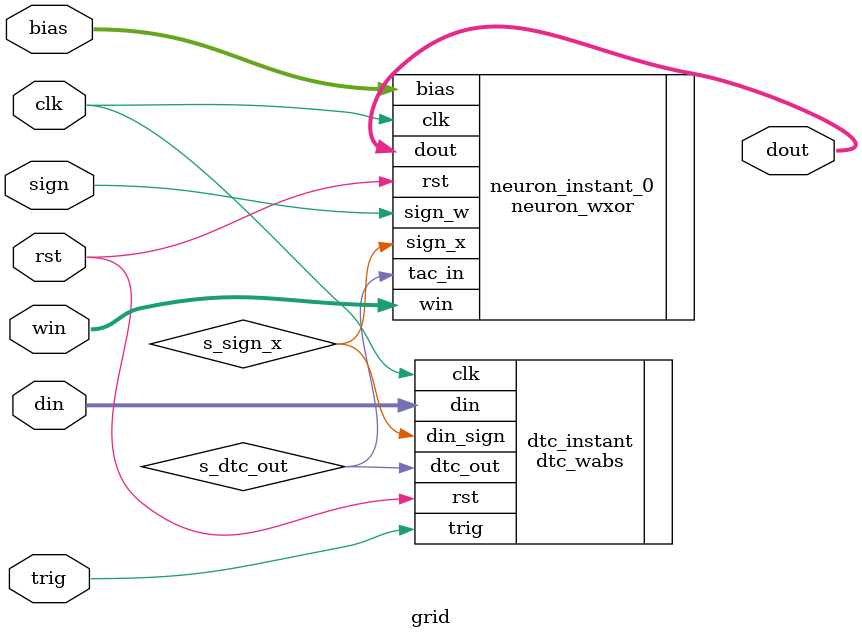
<source format=v>
module grid (
    input [7:0] din,
    input sign,  // Single 8-bit vector
    input [7:0] win,  // Individual inputs for win
    input [7:0] bias,  // Individual inputs for bias
    output [7:0] dout,  // Individual outputs
    input trig,
    input clk,
    input rst
);

    wire s_dtc_out;
    wire s_sign_x;

    // Instantiate dtc_wabs
    dtc_wabs dtc_instant (
        .din(din),
        .dtc_out(s_dtc_out),
        .din_sign(s_sign_x),
        .trig(trig),
        .clk(clk),
        .rst(rst)
    );

    // Instantiate neuron_wxor for each of the 8 instances, passing individual signals
    neuron_wxor neuron_instant_0 (
        .tac_in(s_dtc_out),
        .sign_x(s_sign_x),
        .sign_w(sign),  // LSB of sign vector
        .win(win),
        .bias(bias),
        .dout(dout),
        .clk(clk),
        .rst(rst)
    );

endmodule

</source>
